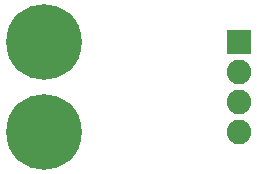
<source format=gbr>
G04 EAGLE Gerber RS-274X export*
G75*
%MOMM*%
%FSLAX34Y34*%
%LPD*%
%INSoldermask Bottom*%
%IPPOS*%
%AMOC8*
5,1,8,0,0,1.08239X$1,22.5*%
G01*
%ADD10C,6.400800*%
%ADD11R,2.082800X2.082800*%
%ADD12C,2.082800*%


D10*
X38100Y114300D03*
X38100Y38100D03*
D11*
X203200Y114300D03*
D12*
X203200Y88900D03*
X203200Y63500D03*
X203200Y38100D03*
M02*

</source>
